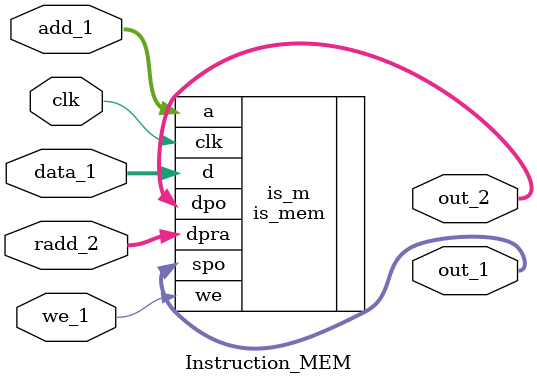
<source format=v>
`timescale 1ns / 1ps

/*
    ================================   Instruction_MEM module   ================================
    Author:         Wintermelon
    Last Edit:      2022.4.20

    This is the instruction memory.
    Use 256x32bit dist RAM
*/


module Instruction_MEM(
    input clk,
    input [11:0] add_1,
    input [31:0] data_1,
    input we_1,
    input [11:0] radd_2,
    output [31:0] out_1, out_2
);

    is_mem is_m (
    .a(add_1),        // input wire [11 : 0] a
    .d(data_1),        // input wire [31 : 0] d
    .dpra(radd_2),  // input wire [11 : 0] dpra
    .clk(clk),    // input wire clk
    .we(we_1),      // input wire we
    .spo(out_1),    // output wire [31 : 0] spo
    .dpo(out_2)    // output wire [31 : 0] dpo
    );
    
endmodule

</source>
